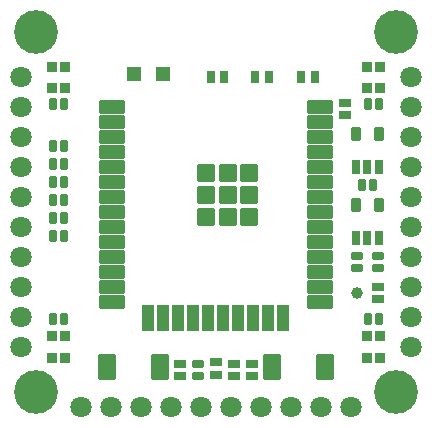
<source format=gbs>
G04 Layer: BottomSolderMaskLayer*
G04 Panelize: , Column: 3, Row: 3, Board Size: 35.56mm x 35.56mm, Panelized Board Size: 110.68mm x 110.68mm*
G04 EasyEDA v6.5.39, 2024-01-10 02:32:58*
G04 c879e6b8726d4e35908b0b4345eef0b3,3d9c8b04885e45b7839bd8e85c0fd600,10*
G04 Gerber Generator version 0.2*
G04 Scale: 100 percent, Rotated: No, Reflected: No *
G04 Dimensions in millimeters *
G04 leading zeros omitted , absolute positions ,4 integer and 5 decimal *
%FSLAX45Y45*%
%MOMM*%

%AMMACRO1*1,1,$1,$2,$3*1,1,$1,$4,$5*1,1,$1,0-$2,0-$3*1,1,$1,0-$4,0-$5*20,1,$1,$2,$3,$4,$5,0*20,1,$1,$4,$5,0-$2,0-$3,0*20,1,$1,0-$2,0-$3,0-$4,0-$5,0*20,1,$1,0-$4,0-$5,$2,$3,0*4,1,4,$2,$3,$4,$5,0-$2,0-$3,0-$4,0-$5,$2,$3,0*%
%ADD10MACRO1,0.2032X-0.5X-0.5X0.5X-0.5*%
%ADD11R,1.0032X0.7032*%
%ADD12MACRO1,0.2032X0.25X0.4X-0.25X0.4*%
%ADD13MACRO1,0.2032X-0.25X-0.4X0.25X-0.4*%
%ADD14MACRO1,0.2032X0.4X-0.25X0.4X0.25*%
%ADD15C,1.0032*%
%ADD16R,0.8032X1.2032*%
%ADD17MACRO1,0.2032X0.3X-0.5X0.3X0.5*%
%ADD18MACRO1,0.2032X0.275X0.4001X-0.275X0.4001*%
%ADD19MACRO1,0.2032X0.4X-0.275X0.4X0.275*%
%ADD20R,0.9032X0.9032*%
%ADD21MACRO1,0.2032X0.35X-0.35X0.35X0.35*%
%ADD22MACRO1,0.2032X-1X-0.45X1X-0.45*%
%ADD23R,1.1032X2.2032*%
%ADD24MACRO1,0.2032X1X0.45X-1X0.45*%
%ADD25MACRO1,0.2032X0.665X-0.665X0.665X0.665*%
%ADD26MACRO1,0.2032X0.675X1X-0.675X1*%
%ADD27MACRO1,0.2032X-0.675X-1X0.675X-1*%
%ADD28C,1.8032*%
%ADD29C,3.7032*%
%ADD30C,0.6100*%

%LPD*%
D10*
G01*
X-691499Y1168400D03*
G01*
X-451500Y1168400D03*
D11*
G01*
X1371574Y-635812D03*
G01*
X1371574Y-735812D03*
D12*
G01*
X-1283547Y-901707D03*
G01*
X-1383546Y-901707D03*
D13*
G01*
X-1383529Y914407D03*
G01*
X-1283529Y914407D03*
G01*
X1283470Y914407D03*
G01*
X1383470Y914407D03*
D12*
G01*
X1383452Y-901707D03*
G01*
X1283453Y-901707D03*
D14*
G01*
X-152445Y-1383491D03*
G01*
X-152445Y-1283491D03*
D11*
G01*
X304698Y-1383537D03*
G01*
X304698Y-1283538D03*
G01*
X-304901Y-1383537D03*
G01*
X-304901Y-1283538D03*
D12*
G01*
X-1383607Y406366D03*
G01*
X-1283608Y406366D03*
G01*
X-1383607Y253966D03*
G01*
X-1283608Y253966D03*
G01*
X-1383607Y-203233D03*
G01*
X-1283608Y-203233D03*
G01*
X-1383607Y558766D03*
G01*
X-1283608Y558766D03*
G01*
X-1383607Y101566D03*
G01*
X-1283608Y101566D03*
D11*
G01*
X152298Y-1383537D03*
G01*
X152298Y-1283538D03*
D12*
G01*
X-1383607Y-50833D03*
G01*
X-1283608Y-50833D03*
D15*
G01*
X1193800Y-685800D03*
D11*
G01*
X1092174Y926287D03*
G01*
X1092174Y826287D03*
D16*
G01*
X1377822Y380771D03*
G01*
X1282827Y380771D03*
G01*
X1187830Y380771D03*
D17*
G01*
X1187825Y660775D03*
G01*
X1377828Y660775D03*
D16*
G01*
X1377822Y-216128D03*
G01*
X1282827Y-216128D03*
G01*
X1187830Y-216128D03*
D17*
G01*
X1187825Y63875D03*
G01*
X1377828Y63875D03*
D13*
G01*
X1232670Y228607D03*
G01*
X1332670Y228607D03*
D14*
G01*
X1371554Y-469091D03*
G01*
X1371554Y-369091D03*
G01*
X1193693Y-369131D03*
G01*
X1193693Y-469131D03*
D18*
G01*
X835880Y1144996D03*
G01*
X724001Y1144996D03*
G01*
X445881Y1144996D03*
G01*
X334002Y1144996D03*
D19*
G01*
X0Y-1380878D03*
G01*
X0Y-1268999D03*
D18*
G01*
X70881Y1144996D03*
G01*
X-40998Y1144996D03*
D20*
G01*
X-1387500Y-1050188D03*
D21*
G01*
X-1387508Y-1233208D03*
G01*
X-1277500Y-1233208D03*
D20*
G01*
X-1277493Y-1050188D03*
D21*
G01*
X-1279491Y1050201D03*
D20*
G01*
X-1279499Y1233195D03*
G01*
X-1389506Y1233195D03*
D21*
G01*
X-1389499Y1050201D03*
G01*
X1387508Y1050201D03*
D20*
G01*
X1387500Y1233195D03*
G01*
X1277493Y1233195D03*
D21*
G01*
X1277500Y1050201D03*
D20*
G01*
X1279499Y-1050188D03*
D21*
G01*
X1279491Y-1233208D03*
G01*
X1389499Y-1233208D03*
D20*
G01*
X1389506Y-1050188D03*
D22*
G01*
X880000Y-375498D03*
G01*
X880000Y-248498D03*
G01*
X880000Y-121498D03*
G01*
X880000Y5501D03*
G01*
X880000Y132501D03*
G01*
X880000Y259501D03*
G01*
X880000Y386501D03*
G01*
X880000Y513501D03*
G01*
X880000Y640501D03*
G01*
X880000Y767501D03*
G01*
X880000Y894501D03*
D23*
G01*
X444500Y-894511D03*
G01*
X571500Y-894511D03*
D22*
G01*
X880000Y-756498D03*
G01*
X880000Y-629498D03*
G01*
X880000Y-502498D03*
D23*
G01*
X317500Y-894511D03*
G01*
X190500Y-894511D03*
G01*
X63500Y-894511D03*
G01*
X-63500Y-894511D03*
G01*
X-190500Y-894511D03*
G01*
X-317500Y-894511D03*
G01*
X-444500Y-894511D03*
G01*
X-571500Y-894511D03*
D24*
G01*
X-880000Y-756498D03*
G01*
X-880000Y-629498D03*
G01*
X-880000Y-502498D03*
G01*
X-880000Y-375498D03*
G01*
X-880000Y-248498D03*
G01*
X-880000Y-121498D03*
G01*
X-880000Y5501D03*
G01*
X-880000Y132501D03*
G01*
X-880000Y259501D03*
G01*
X-880000Y386501D03*
G01*
X-880000Y513501D03*
G01*
X-880000Y640501D03*
G01*
X-880000Y767501D03*
G01*
X-880000Y894501D03*
D25*
G01*
X-83512Y-37499D03*
G01*
X99987Y-37499D03*
G01*
X283486Y-37499D03*
G01*
X283486Y329500D03*
G01*
X99987Y329498D03*
G01*
X-83512Y329500D03*
G01*
X-83512Y146000D03*
G01*
X283486Y146000D03*
G01*
X99988Y146000D03*
D26*
G01*
X923500Y-1308100D03*
G01*
X473499Y-1308100D03*
D27*
G01*
X-923500Y-1308100D03*
G01*
X-473499Y-1308100D03*
D28*
G01*
X-1143000Y-1651000D03*
G01*
X-889000Y-1651000D03*
G01*
X-635000Y-1651000D03*
G01*
X-381000Y-1651000D03*
G01*
X-127000Y-1651000D03*
G01*
X127000Y-1651000D03*
G01*
X381000Y-1651000D03*
G01*
X635000Y-1651000D03*
G01*
X889000Y-1651000D03*
G01*
X1143000Y-1651000D03*
G01*
X-1651000Y1143000D03*
G01*
X-1651000Y889000D03*
G01*
X-1651000Y635000D03*
G01*
X-1651000Y381000D03*
G01*
X-1651000Y127000D03*
G01*
X-1651000Y-127000D03*
G01*
X-1651000Y-381000D03*
G01*
X-1651000Y-635000D03*
G01*
X-1651000Y-889000D03*
G01*
X-1651000Y-1143000D03*
G01*
X1651000Y-1143000D03*
G01*
X1651000Y-889000D03*
G01*
X1651000Y-635000D03*
G01*
X1651000Y-381000D03*
G01*
X1651000Y-127000D03*
G01*
X1651000Y127000D03*
G01*
X1651000Y381000D03*
G01*
X1651000Y635000D03*
G01*
X1651000Y889000D03*
G01*
X1651000Y1143000D03*
D29*
G01*
X1524000Y1524000D03*
D30*
G01*
X1666494Y1524000D03*
G01*
X1381505Y1524000D03*
G01*
X1524000Y1666494D03*
G01*
X1524000Y1381505D03*
G01*
X1624711Y1423288D03*
G01*
X1624711Y1624711D03*
G01*
X1423288Y1624711D03*
G01*
X1423288Y1423288D03*
D29*
G01*
X1524000Y-1524000D03*
D30*
G01*
X1666494Y-1524000D03*
G01*
X1381505Y-1524000D03*
G01*
X1524000Y-1381505D03*
G01*
X1524000Y-1666494D03*
G01*
X1624711Y-1624711D03*
G01*
X1624711Y-1423288D03*
G01*
X1423288Y-1423288D03*
G01*
X1423288Y-1624711D03*
D29*
G01*
X-1524000Y-1524000D03*
D30*
G01*
X-1381505Y-1524000D03*
G01*
X-1666494Y-1524000D03*
G01*
X-1524000Y-1381505D03*
G01*
X-1524000Y-1666494D03*
G01*
X-1423288Y-1624711D03*
G01*
X-1423288Y-1423288D03*
G01*
X-1624711Y-1423288D03*
G01*
X-1624711Y-1624711D03*
D29*
G01*
X-1524000Y1524000D03*
D30*
G01*
X-1381505Y1524000D03*
G01*
X-1666494Y1524000D03*
G01*
X-1524000Y1666494D03*
G01*
X-1524000Y1381505D03*
G01*
X-1423288Y1423288D03*
G01*
X-1423288Y1624711D03*
G01*
X-1624711Y1624711D03*
G01*
X-1624711Y1423288D03*
M02*

</source>
